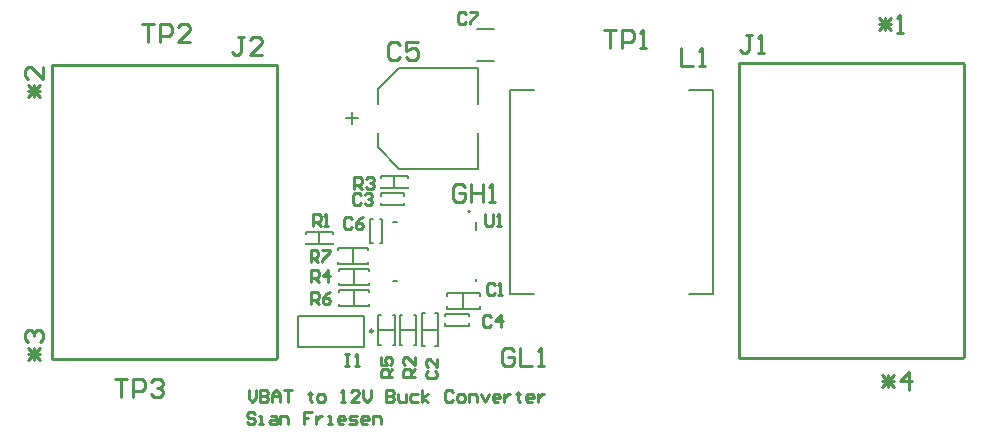
<source format=gbr>
G04*
G04 #@! TF.GenerationSoftware,Altium Limited,Altium Designer,23.0.1 (38)*
G04*
G04 Layer_Color=65535*
%FSLAX25Y25*%
%MOIN*%
G70*
G04*
G04 #@! TF.SameCoordinates,AE5763C0-F2EE-4BCA-89C6-8F578BEF2D51*
G04*
G04*
G04 #@! TF.FilePolarity,Positive*
G04*
G01*
G75*
%ADD10C,0.00787*%
%ADD11C,0.00984*%
%ADD12C,0.00500*%
%ADD13C,0.00591*%
%ADD14C,0.01000*%
D10*
X151811Y73905D02*
G03*
X151811Y73905I-394J0D01*
G01*
X120988Y109836D02*
Y114560D01*
Y95269D02*
Y99993D01*
X154453Y109836D02*
Y121647D01*
Y88182D02*
Y99993D01*
X128075Y121647D02*
X154453D01*
X120988Y114560D02*
X128075Y121647D01*
X120988Y95269D02*
X128075Y88182D01*
X154453D01*
X154244Y134815D02*
X159756D01*
X154244Y124185D02*
X159756D01*
X116464Y28803D02*
Y39197D01*
X94495D02*
X116464D01*
X94495Y28803D02*
Y39197D01*
Y28803D02*
X116464D01*
X165240Y46490D02*
X173272D01*
X224728D02*
X232760D01*
Y114510D01*
X165240D02*
X173272D01*
X224728D02*
X232760D01*
X165240Y46490D02*
Y114510D01*
D11*
X119456Y34000D02*
G03*
X119456Y34000I-492J0D01*
G01*
D12*
X126221Y50657D02*
Y50776D01*
Y70224D02*
Y70342D01*
Y50657D02*
X127421D01*
X126221Y70342D02*
X127421D01*
X153779Y50657D02*
Y51366D01*
Y67587D02*
Y70342D01*
D13*
X121244Y34500D02*
X126756D01*
X121244Y29500D02*
X122000D01*
X121244D02*
Y39500D01*
X122000D01*
X126000D02*
X126756D01*
Y29500D02*
Y39500D01*
X126000Y29500D02*
X126756D01*
X128368Y34500D02*
X133880D01*
X133124Y39500D02*
X133880D01*
Y29500D02*
Y39500D01*
X133124Y29500D02*
X133880D01*
X128368D02*
X129124D01*
X128368D02*
Y39500D01*
X129124D01*
X140075Y28988D02*
X141256D01*
Y40012D01*
X140075D02*
X141256D01*
X135744D02*
X136925D01*
X135744Y28988D02*
Y40012D01*
Y28988D02*
X136925D01*
X135744Y34500D02*
X141256D01*
X149500Y41320D02*
Y46832D01*
X155012Y41320D02*
Y42501D01*
X143988Y41320D02*
X155012D01*
X143988D02*
Y42501D01*
Y45651D02*
Y46832D01*
X155012D01*
Y45651D02*
Y46832D01*
X151347Y35791D02*
Y36579D01*
X143473Y35791D02*
X151347D01*
X143473D02*
Y36579D01*
Y38941D02*
Y39728D01*
X151347D01*
Y38941D02*
Y39728D01*
X101500Y63000D02*
Y67000D01*
X97000Y66500D02*
Y67000D01*
X106000D01*
Y66500D02*
Y67000D01*
Y63000D02*
Y63500D01*
X97000Y63000D02*
X106000D01*
X97000D02*
Y63500D01*
X126500Y81560D02*
Y85560D01*
X122000Y85060D02*
Y85560D01*
X131000D01*
Y85060D02*
Y85560D01*
Y81560D02*
Y82060D01*
X122000Y81560D02*
X131000D01*
X122000D02*
Y82060D01*
X129937Y76032D02*
Y76819D01*
X122063Y76032D02*
X129937D01*
X122063D02*
Y76819D01*
Y79181D02*
Y79969D01*
X129937D01*
Y79181D02*
Y79969D01*
X121681Y71205D02*
X122468D01*
Y63331D02*
Y71205D01*
X121681Y63331D02*
X122468D01*
X118532D02*
X119319D01*
X118532D02*
Y71205D01*
X119319D01*
X108000Y42244D02*
Y43000D01*
Y42244D02*
X118000D01*
Y43000D01*
Y47000D02*
Y47756D01*
X108000D02*
X118000D01*
X108000Y47000D02*
Y47756D01*
X113000Y42244D02*
Y47756D01*
X107941Y56244D02*
Y57000D01*
Y56244D02*
X117941D01*
Y57000D01*
Y61000D02*
Y61756D01*
X107941D02*
X117941D01*
X107941Y61000D02*
Y61756D01*
X112941Y56244D02*
Y61756D01*
X108000Y49244D02*
Y50000D01*
Y49244D02*
X118000D01*
Y50000D01*
Y54000D02*
Y54756D01*
X108000D02*
X118000D01*
X108000Y54000D02*
Y54756D01*
X113000Y49244D02*
Y54756D01*
X112509Y102875D02*
Y106924D01*
X114533Y104900D02*
X110485D01*
D14*
X12386Y24894D02*
Y122728D01*
X87287D02*
X87386Y122630D01*
X12386Y122728D02*
X87287D01*
X87386Y24894D02*
Y122630D01*
X12583Y24697D02*
X87189D01*
X241386Y25394D02*
Y123228D01*
X316287D02*
X316386Y123130D01*
X241386Y123228D02*
X316287D01*
X316386Y25394D02*
Y123130D01*
X241583Y25197D02*
X316189D01*
X80124Y6280D02*
X79468Y6936D01*
X78156D01*
X77500Y6280D01*
Y5624D01*
X78156Y4968D01*
X79468D01*
X80124Y4312D01*
Y3656D01*
X79468Y3000D01*
X78156D01*
X77500Y3656D01*
X81436Y3000D02*
X82748D01*
X82092D01*
Y5624D01*
X81436D01*
X85372D02*
X86683D01*
X87339Y4968D01*
Y3000D01*
X85372D01*
X84715Y3656D01*
X85372Y4312D01*
X87339D01*
X88651Y3000D02*
Y5624D01*
X90619D01*
X91275Y4968D01*
Y3000D01*
X99147Y6936D02*
X96523D01*
Y4968D01*
X97835D01*
X96523D01*
Y3000D01*
X100459Y5624D02*
Y3000D01*
Y4312D01*
X101114Y4968D01*
X101770Y5624D01*
X102426D01*
X104394Y3000D02*
X105706D01*
X105050D01*
Y5624D01*
X104394D01*
X109642Y3000D02*
X108330D01*
X107674Y3656D01*
Y4968D01*
X108330Y5624D01*
X109642D01*
X110298Y4968D01*
Y4312D01*
X107674D01*
X111610Y3000D02*
X113578D01*
X114234Y3656D01*
X113578Y4312D01*
X112266D01*
X111610Y4968D01*
X112266Y5624D01*
X114234D01*
X117513Y3000D02*
X116201D01*
X115545Y3656D01*
Y4968D01*
X116201Y5624D01*
X117513D01*
X118169Y4968D01*
Y4312D01*
X115545D01*
X119481Y3000D02*
Y5624D01*
X121449D01*
X122105Y4968D01*
Y3000D01*
X78000Y14436D02*
Y11812D01*
X79312Y10500D01*
X80624Y11812D01*
Y14436D01*
X81936D02*
Y10500D01*
X83904D01*
X84560Y11156D01*
Y11812D01*
X83904Y12468D01*
X81936D01*
X83904D01*
X84560Y13124D01*
Y13780D01*
X83904Y14436D01*
X81936D01*
X85871Y10500D02*
Y13124D01*
X87183Y14436D01*
X88495Y13124D01*
Y10500D01*
Y12468D01*
X85871D01*
X89807Y14436D02*
X92431D01*
X91119D01*
Y10500D01*
X98335Y13780D02*
Y13124D01*
X97679D01*
X98991D01*
X98335D01*
Y11156D01*
X98991Y10500D01*
X101614D02*
X102926D01*
X103582Y11156D01*
Y12468D01*
X102926Y13124D01*
X101614D01*
X100959Y12468D01*
Y11156D01*
X101614Y10500D01*
X108830D02*
X110142D01*
X109486D01*
Y14436D01*
X108830Y13780D01*
X114734Y10500D02*
X112110D01*
X114734Y13124D01*
Y13780D01*
X114078Y14436D01*
X112766D01*
X112110Y13780D01*
X116045Y14436D02*
Y11812D01*
X117357Y10500D01*
X118669Y11812D01*
Y14436D01*
X123917D02*
Y10500D01*
X125885D01*
X126541Y11156D01*
Y11812D01*
X125885Y12468D01*
X123917D01*
X125885D01*
X126541Y13124D01*
Y13780D01*
X125885Y14436D01*
X123917D01*
X127853Y13124D02*
Y11156D01*
X128509Y10500D01*
X130476D01*
Y13124D01*
X134412D02*
X132444D01*
X131788Y12468D01*
Y11156D01*
X132444Y10500D01*
X134412D01*
X135724D02*
Y14436D01*
Y11812D02*
X137692Y13124D01*
X135724Y11812D02*
X137692Y10500D01*
X146220Y13780D02*
X145563Y14436D01*
X144252D01*
X143596Y13780D01*
Y11156D01*
X144252Y10500D01*
X145563D01*
X146220Y11156D01*
X148187Y10500D02*
X149499D01*
X150155Y11156D01*
Y12468D01*
X149499Y13124D01*
X148187D01*
X147531Y12468D01*
Y11156D01*
X148187Y10500D01*
X151467D02*
Y13124D01*
X153435D01*
X154091Y12468D01*
Y10500D01*
X155403Y13124D02*
X156715Y10500D01*
X158027Y13124D01*
X161307Y10500D02*
X159995D01*
X159339Y11156D01*
Y12468D01*
X159995Y13124D01*
X161307D01*
X161962Y12468D01*
Y11812D01*
X159339D01*
X163274Y13124D02*
Y10500D01*
Y11812D01*
X163930Y12468D01*
X164586Y13124D01*
X165242D01*
X167866Y13780D02*
Y13124D01*
X167210D01*
X168522D01*
X167866D01*
Y11156D01*
X168522Y10500D01*
X172458D02*
X171146D01*
X170490Y11156D01*
Y12468D01*
X171146Y13124D01*
X172458D01*
X173114Y12468D01*
Y11812D01*
X170490D01*
X174426Y13124D02*
Y10500D01*
Y11812D01*
X175082Y12468D01*
X175738Y13124D01*
X176393D01*
X156876Y72968D02*
Y69688D01*
X157532Y69032D01*
X158844D01*
X159500Y69688D01*
Y72968D01*
X160812Y69032D02*
X162124D01*
X161468D01*
Y72968D01*
X160812Y72312D01*
X289002Y19499D02*
X293000Y15501D01*
X289002D02*
X293000Y19499D01*
X289002Y17500D02*
X293000D01*
X291001Y15501D02*
Y19499D01*
X297999Y14501D02*
Y20499D01*
X295000Y17500D01*
X298998D01*
X4501Y24502D02*
X8499Y28500D01*
Y24502D02*
X4501Y28500D01*
X6500Y24502D02*
Y28500D01*
X8499Y26501D02*
X4501D01*
Y30500D02*
X3501Y31499D01*
Y33499D01*
X4501Y34498D01*
X5500D01*
X6500Y33499D01*
Y32499D01*
Y33499D01*
X7500Y34498D01*
X8499D01*
X9499Y33499D01*
Y31499D01*
X8499Y30500D01*
X4501Y112002D02*
X8499Y116000D01*
Y112002D02*
X4501Y116000D01*
X6500Y112002D02*
Y116000D01*
X8499Y114001D02*
X4501D01*
X9499Y121998D02*
Y118000D01*
X5500Y121998D01*
X4501D01*
X3501Y120999D01*
Y118999D01*
X4501Y118000D01*
X288001Y138499D02*
X292000Y134501D01*
X288001D02*
X292000Y138499D01*
X288001Y136500D02*
X292000D01*
X290001Y134501D02*
Y138499D01*
X293999Y133501D02*
X295999D01*
X294999D01*
Y139499D01*
X293999Y138499D01*
X166501Y27499D02*
X165501Y28499D01*
X163502D01*
X162502Y27499D01*
Y23501D01*
X163502Y22501D01*
X165501D01*
X166501Y23501D01*
Y25500D01*
X164502D01*
X168500Y28499D02*
Y22501D01*
X172499D01*
X174498D02*
X176498D01*
X175498D01*
Y28499D01*
X174498Y27499D01*
X150001Y81999D02*
X149001Y82999D01*
X147002D01*
X146002Y81999D01*
Y78001D01*
X147002Y77001D01*
X149001D01*
X150001Y78001D01*
Y80000D01*
X148002D01*
X152000Y82999D02*
Y77001D01*
Y80000D01*
X155999D01*
Y82999D01*
Y77001D01*
X157998D02*
X159998D01*
X158998D01*
Y82999D01*
X157998Y81999D01*
X76500Y131999D02*
X74501D01*
X75501D01*
Y127001D01*
X74501Y126001D01*
X73501D01*
X72502Y127001D01*
X82498Y126001D02*
X78500D01*
X82498Y130000D01*
Y130999D01*
X81499Y131999D01*
X79499D01*
X78500Y130999D01*
X245899Y132698D02*
X243899D01*
X244899D01*
Y127700D01*
X243899Y126700D01*
X242900D01*
X241900Y127700D01*
X247898Y126700D02*
X249897D01*
X248898D01*
Y132698D01*
X247898Y131698D01*
X33503Y17999D02*
X37501D01*
X35502D01*
Y12001D01*
X39501D02*
Y17999D01*
X42500D01*
X43499Y16999D01*
Y15000D01*
X42500Y14000D01*
X39501D01*
X45499Y16999D02*
X46498Y17999D01*
X48498D01*
X49497Y16999D01*
Y16000D01*
X48498Y15000D01*
X47498D01*
X48498D01*
X49497Y14000D01*
Y13001D01*
X48498Y12001D01*
X46498D01*
X45499Y13001D01*
X42503Y136499D02*
X46501D01*
X44502D01*
Y130501D01*
X48501D02*
Y136499D01*
X51500D01*
X52499Y135499D01*
Y133500D01*
X51500Y132500D01*
X48501D01*
X58497Y130501D02*
X54499D01*
X58497Y134500D01*
Y135499D01*
X57498Y136499D01*
X55498D01*
X54499Y135499D01*
X196502Y134499D02*
X200501D01*
X198502D01*
Y128501D01*
X202500D02*
Y134499D01*
X205499D01*
X206499Y133499D01*
Y131500D01*
X205499Y130500D01*
X202500D01*
X208498Y128501D02*
X210498D01*
X209498D01*
Y134499D01*
X208498Y133499D01*
X98661Y57032D02*
Y60968D01*
X100629D01*
X101285Y60312D01*
Y59000D01*
X100629Y58344D01*
X98661D01*
X99973D02*
X101285Y57032D01*
X102597Y60968D02*
X105221D01*
Y60312D01*
X102597Y57688D01*
Y57032D01*
X98720Y43032D02*
Y46968D01*
X100688D01*
X101344Y46312D01*
Y45000D01*
X100688Y44344D01*
X98720D01*
X100032D02*
X101344Y43032D01*
X105280Y46968D02*
X103968Y46312D01*
X102656Y45000D01*
Y43688D01*
X103312Y43032D01*
X104624D01*
X105280Y43688D01*
Y44344D01*
X104624Y45000D01*
X102656D01*
X125968Y18720D02*
X122032D01*
Y20688D01*
X122688Y21344D01*
X124000D01*
X124656Y20688D01*
Y18720D01*
Y20032D02*
X125968Y21344D01*
X122032Y25280D02*
Y22656D01*
X124000D01*
X123344Y23968D01*
Y24624D01*
X124000Y25280D01*
X125312D01*
X125968Y24624D01*
Y23312D01*
X125312Y22656D01*
X98720Y50532D02*
Y54468D01*
X100688D01*
X101344Y53812D01*
Y52500D01*
X100688Y51844D01*
X98720D01*
X100032D02*
X101344Y50532D01*
X104624D02*
Y54468D01*
X102656Y52500D01*
X105280D01*
X113220Y81532D02*
Y85468D01*
X115188D01*
X115844Y84812D01*
Y83500D01*
X115188Y82844D01*
X113220D01*
X114532D02*
X115844Y81532D01*
X117156Y84812D02*
X117812Y85468D01*
X119124D01*
X119780Y84812D01*
Y84156D01*
X119124Y83500D01*
X118468D01*
X119124D01*
X119780Y82844D01*
Y82188D01*
X119124Y81532D01*
X117812D01*
X117156Y82188D01*
X133468Y18720D02*
X129532D01*
Y20688D01*
X130188Y21344D01*
X131500D01*
X132156Y20688D01*
Y18720D01*
Y20032D02*
X133468Y21344D01*
Y25280D02*
Y22656D01*
X130844Y25280D01*
X130188D01*
X129532Y24624D01*
Y23312D01*
X130188Y22656D01*
X99376Y69032D02*
Y72968D01*
X101344D01*
X102000Y72312D01*
Y71000D01*
X101344Y70344D01*
X99376D01*
X100688D02*
X102000Y69032D01*
X103312D02*
X104624D01*
X103968D01*
Y72968D01*
X103312Y72312D01*
X222001Y128499D02*
Y122501D01*
X226000D01*
X227999D02*
X229999D01*
X228999D01*
Y128499D01*
X227999Y127499D01*
X110204Y26468D02*
X111516D01*
X110860D01*
Y22532D01*
X110204D01*
X111516D01*
X113484D02*
X114796D01*
X114140D01*
Y26468D01*
X113484Y25812D01*
X150344Y139812D02*
X149688Y140468D01*
X148376D01*
X147720Y139812D01*
Y137188D01*
X148376Y136532D01*
X149688D01*
X150344Y137188D01*
X151656Y140468D02*
X154280D01*
Y139812D01*
X151656Y137188D01*
Y136532D01*
X112344Y71312D02*
X111688Y71968D01*
X110376D01*
X109720Y71312D01*
Y68688D01*
X110376Y68032D01*
X111688D01*
X112344Y68688D01*
X116280Y71968D02*
X114968Y71312D01*
X113656Y70000D01*
Y68688D01*
X114312Y68032D01*
X115624D01*
X116280Y68688D01*
Y69344D01*
X115624Y70000D01*
X113656D01*
X128500Y129499D02*
X127501Y130499D01*
X125501D01*
X124502Y129499D01*
Y125501D01*
X125501Y124501D01*
X127501D01*
X128500Y125501D01*
X134498Y130499D02*
X130500D01*
Y127500D01*
X132499Y128500D01*
X133499D01*
X134498Y127500D01*
Y125501D01*
X133499Y124501D01*
X131499D01*
X130500Y125501D01*
X158844Y38812D02*
X158188Y39468D01*
X156876D01*
X156220Y38812D01*
Y36188D01*
X156876Y35532D01*
X158188D01*
X158844Y36188D01*
X162124Y35532D02*
Y39468D01*
X160156Y37500D01*
X162780D01*
X115344Y79312D02*
X114688Y79968D01*
X113376D01*
X112720Y79312D01*
Y76688D01*
X113376Y76032D01*
X114688D01*
X115344Y76688D01*
X116656Y79312D02*
X117312Y79968D01*
X118624D01*
X119280Y79312D01*
Y78656D01*
X118624Y78000D01*
X117968D01*
X118624D01*
X119280Y77344D01*
Y76688D01*
X118624Y76032D01*
X117312D01*
X116656Y76688D01*
X137688Y20844D02*
X137032Y20188D01*
Y18876D01*
X137688Y18220D01*
X140312D01*
X140968Y18876D01*
Y20188D01*
X140312Y20844D01*
X140968Y24780D02*
Y22156D01*
X138344Y24780D01*
X137688D01*
X137032Y24124D01*
Y22812D01*
X137688Y22156D01*
X160000Y49312D02*
X159344Y49968D01*
X158032D01*
X157376Y49312D01*
Y46688D01*
X158032Y46032D01*
X159344D01*
X160000Y46688D01*
X161312Y46032D02*
X162624D01*
X161968D01*
Y49968D01*
X161312Y49312D01*
M02*

</source>
